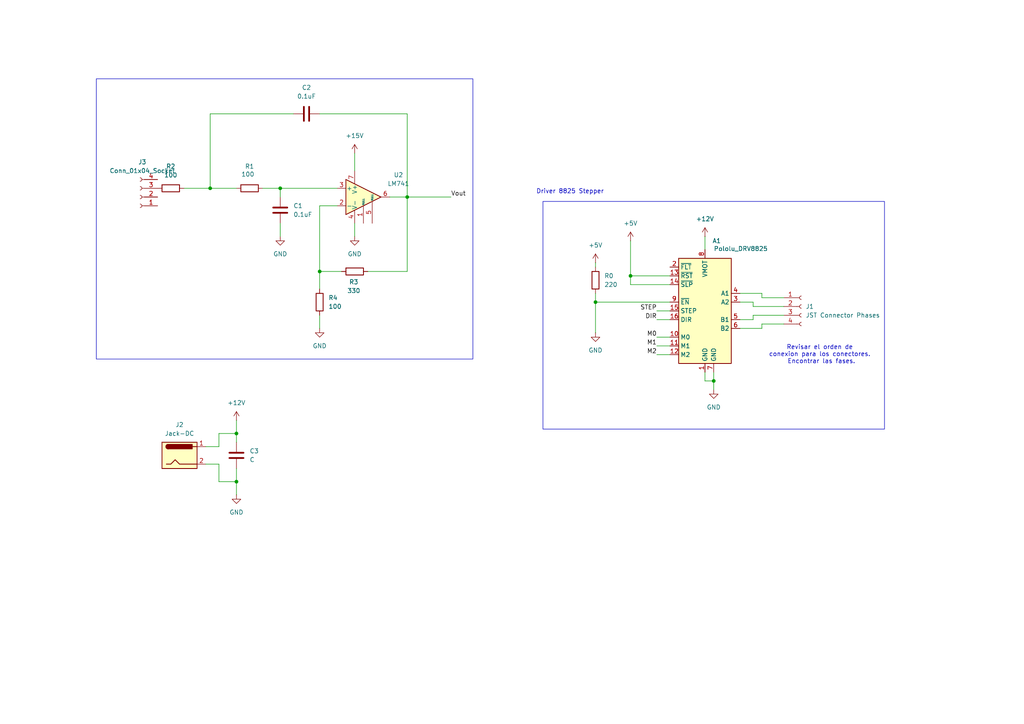
<source format=kicad_sch>
(kicad_sch (version 20250114) (generator "eeschema") (generator_version "9.0")
  (paper "A4")
  (title_block (title "MAKI Test Bench ") (date "2025-10-25") (rev "1") (company "Universidad Nacional de Colombia ") (comment 1 "Acondicionamiento de señal de celda de carga") (comment 2 "Control digital para accionamiento de stepper. "))
  (lib_symbols
    (symbol "Amplifier_Operational:LM741" (pin_names (offset 0.127))
      (property "Reference" "U" (at 0 6.35 0))
      (property "Value" "LM741" (at 0 3.81 0))
      (symbol "LM741_0_1"
        (polyline (pts (xy -5.08 5.08) (xy 5.08 0) (xy -5.08 -5.08) (xy -5.08 5.08)) (stroke (width 0.254)) (fill (type background)))
      )
      (symbol "LM741_1_1"
        (pin input line (at -7.62 2.54 0) (length 2.54) (name "+") (number "3"))
        (pin input line (at -7.62 -2.54 0) (length 2.54) (name "-") (number "2"))
        (pin power_in line (at -2.54 7.62 270) (length 3.81) (name "V+") (number "7"))
        (pin power_in line (at -2.54 -7.62 90) (length 3.81) (name "V-") (number "4"))
        (pin no_connect line (at 0 2.54 270) (length 2.54) (hide yes) (name "NC") (number "8"))
        (pin input line (at 0 -7.62 90) (length 5.08) (name "NULL") (number "1"))
        (pin input line (at 2.54 -7.62 90) (length 6.35) (name "NULL") (number "5"))
        (pin output line (at 7.62 0 180) (length 2.54) (name "~") (number "6"))
      )
    )
    (symbol "Connector:Conn_01x04_Socket" (pin_names (offset 1.016) (hide yes))
      (property "Reference" "J" (at 0 5.08 0))
      (property "Value" "Conn_01x04_Socket" (at 0 -7.62 0))
      (symbol "Conn_01x04_Socket_1_1"
        (polyline (pts (xy -1.27 2.54) (xy -0.508 2.54)) (stroke (width 0.1524)))
        (polyline (pts (xy -1.27 0) (xy -0.508 0)) (stroke (width 0.1524)))
        (polyline (pts (xy -1.27 -2.54) (xy -0.508 -2.54)) (stroke (width 0.1524)))
        (polyline (pts (xy -1.27 -5.08) (xy -0.508 -5.08)) (stroke (width 0.1524)))
        (arc (start 0 2.032) (mid -0.5058 2.54) (end 0 3.048) (stroke (width 0.1524)))
        (arc (start 0 -0.508) (mid -0.5058 0) (end 0 0.508) (stroke (width 0.1524)))
        (arc (start 0 -3.048) (mid -0.5058 -2.54) (end 0 -2.032) (stroke (width 0.1524)))
        (arc (start 0 -5.588) (mid -0.5058 -5.08) (end 0 -4.572) (stroke (width 0.1524)))
        (pin passive line (at -5.08 2.54 0) (length 3.81) (name "Pin_1") (number "1"))
        (pin passive line (at -5.08 0 0) (length 3.81) (name "Pin_2") (number "2"))
        (pin passive line (at -5.08 -2.54 0) (length 3.81) (name "Pin_3") (number "3"))
        (pin passive line (at -5.08 -5.08 0) (length 3.81) (name "Pin_4") (number "4"))
      )
    )
    (symbol "Connector:Jack-DC" (pin_names (offset 1.016))
      (property "Reference" "J" (at 0 5.334 0))
      (property "Value" "Jack-DC" (at 0 -5.08 0))
      (symbol "Jack-DC_0_1"
        (rectangle (start -5.08 3.81) (end 5.08 -3.81) (stroke (width 0.254)) (fill (type background)))
        (polyline (pts (xy -3.81 -2.54) (xy -2.54 -2.54) (xy -1.27 -1.27) (xy 0 -2.54) (xy 2.54 -2.54) (xy 5.08 -2.54)) (stroke (width 0.254)))
        (arc (start -3.302 1.905) (mid -3.9343 2.54) (end -3.302 3.175) (stroke (width 0.254)))
        (arc (start -3.302 1.905) (mid -3.9343 2.54) (end -3.302 3.175) (stroke (width 0.254)) (fill (type outline)))
        (rectangle (start 3.683 3.175) (end -3.302 1.905) (stroke (width 0.254)) (fill (type outline)))
        (polyline (pts (xy 5.08 2.54) (xy 3.81 2.54)) (stroke (width 0.254)))
      )
      (symbol "Jack-DC_1_1"
        (pin passive line (at 7.62 2.54 180) (length 2.54) (name "~") (number "1"))
        (pin passive line (at 7.62 -2.54 180) (length 2.54) (name "~") (number "2"))
      )
    )
    (symbol "Device:C" (pin_numbers (hide yes)) (pin_names (offset 0.254))
      (property "Reference" "C" (at 0.635 2.54 0))
      (property "Value" "C" (at 0.635 -2.54 0))
      (symbol "C_0_1"
        (polyline (pts (xy -2.032 0.762) (xy 2.032 0.762)) (stroke (width 0.508)))
        (polyline (pts (xy -2.032 -0.762) (xy 2.032 -0.762)) (stroke (width 0.508)))
      )
      (symbol "C_1_1"
        (pin passive line (at 0 3.81 270) (length 2.794) (name "~") (number "1"))
        (pin passive line (at 0 -3.81 90) (length 2.794) (name "~") (number "2"))
      )
    )
    (symbol "Device:R" (pin_numbers (hide yes)) (pin_names (offset 0))
      (property "Reference" "R" (at 2.032 0 90))
      (property "Value" "R" (at 0 0 90))
      (symbol "R_0_1"
        (rectangle (start -1.016 -2.54) (end 1.016 2.54) (stroke (width 0.254)))
      )
      (symbol "R_1_1"
        (pin passive line (at 0 3.81 270) (length 1.27) (name "~") (number "1"))
        (pin passive line (at 0 -3.81 90) (length 1.27) (name "~") (number "2"))
      )
    )
    (symbol "Driver_Motor:Pololu_Breakout_DRV8825"
      (property "Reference" "A" (at -2.54 16.51 0))
      (property "Value" "Pololu_Breakout_DRV8825" (at -2.54 13.97 0))
      (symbol "Pololu_Breakout_DRV8825_0_1"
        (rectangle (start 7.62 -17.78) (end -7.62 12.7) (stroke (width 0.254)) (fill (type background)))
      )
      (symbol "Pololu_Breakout_DRV8825_1_1"
        (pin output line (at -10.16 10.16 0) (length 2.54) (name "~{FLT}") (number "2"))
        (pin input line (at -10.16 7.62 0) (length 2.54) (name "~{RST}") (number "13"))
        (pin input line (at -10.16 5.08 0) (length 2.54) (name "~{SLP}") (number "14"))
        (pin input line (at -10.16 0 0) (length 2.54) (name "~{EN}") (number "9"))
        (pin input line (at -10.16 -2.54 0) (length 2.54) (name "STEP") (number "15"))
        (pin input line (at -10.16 -5.08 0) (length 2.54) (name "DIR") (number "16"))
        (pin input line (at -10.16 -10.16 0) (length 2.54) (name "M0") (number "10"))
        (pin input line (at -10.16 -12.7 0) (length 2.54) (name "M1") (number "11"))
        (pin input line (at -10.16 -15.24 0) (length 2.54) (name "M2") (number "12"))
        (pin power_in line (at 0 15.24 270) (length 2.54) (name "VMOT") (number "8"))
        (pin power_in line (at 0 -20.32 90) (length 2.54) (name "GND") (number "1"))
        (pin power_in line (at 2.54 -20.32 90) (length 2.54) (name "GND") (number "7"))
        (pin output line (at 10.16 2.54 180) (length 2.54) (name "A1") (number "4"))
        (pin output line (at 10.16 0 180) (length 2.54) (name "A2") (number "3"))
        (pin output line (at 10.16 -5.08 180) (length 2.54) (name "B1") (number "5"))
        (pin output line (at 10.16 -7.62 180) (length 2.54) (name "B2") (number "6"))
      )
    )
    (symbol "power:+12V" (power) (pin_numbers (hide yes)) (pin_names (offset 0) (hide yes))
      (property "Value" "+12V" (at 0 3.556 0))
      (symbol "+12V_0_1"
        (polyline (pts (xy -0.762 1.27) (xy 0 2.54)))
        (polyline (pts (xy 0 2.54) (xy 0.762 1.27)))
        (polyline (pts (xy 0 0) (xy 0 2.54)))
      )
      (symbol "+12V_1_1"
        (pin power_in line (at 0 0 90) (length 0) (name "~") (number "1"))
      )
    )
    (symbol "power:+15V" (power) (pin_numbers (hide yes)) (pin_names (offset 0) (hide yes))
      (property "Value" "+15V" (at 0 3.556 0))
      (symbol "+15V_0_1"
        (polyline (pts (xy -0.762 1.27) (xy 0 2.54)))
        (polyline (pts (xy 0 2.54) (xy 0.762 1.27)))
        (polyline (pts (xy 0 0) (xy 0 2.54)))
      )
      (symbol "+15V_1_1"
        (pin power_in line (at 0 0 90) (length 0) (name "~") (number "1"))
      )
    )
    (symbol "power:+5V" (power) (pin_numbers (hide yes)) (pin_names (offset 0) (hide yes))
      (property "Value" "+5V" (at 0 3.556 0))
      (symbol "+5V_0_1"
        (polyline (pts (xy -0.762 1.27) (xy 0 2.54)))
        (polyline (pts (xy 0 2.54) (xy 0.762 1.27)))
        (polyline (pts (xy 0 0) (xy 0 2.54)))
      )
      (symbol "+5V_1_1"
        (pin power_in line (at 0 0 90) (length 0) (name "~") (number "1"))
      )
    )
    (symbol "power:GND" (power) (pin_numbers (hide yes)) (pin_names (offset 0) (hide yes))
      (property "Value" "GND" (at 0 -3.81 0))
      (symbol "GND_0_1"
        (polyline (pts (xy 0 0) (xy 0 -1.27) (xy 1.27 -1.27) (xy 0 -2.54) (xy -1.27 -1.27) (xy 0 -1.27)))
      )
      (symbol "GND_1_1"
        (pin power_in line (at 0 0 270) (length 0) (name "~") (number "1"))
      )
    )
  )
  (rectangle (start 27.94 22.86) (end 137.16 104.14))
  (rectangle (start 157.48 58.42) (end 256.54 124.46))
  (text "Revisar el orden de \nconexion para los conectores. \nEncontrar las fases." (at 238.252 102.87 0) (effects (font (size 1.27 1.27))))
  (text "Driver 8825 Stepper\n" (at 165.354 55.626 0) (effects (font (size 1.27 1.27))))
  (junction (at 92.71 78.74))
  (junction (at 118.11 57.15))
  (junction (at 182.88 80.01))
  (junction (at 81.28 54.61))
  (junction (at 172.72 87.63))
  (junction (at 207.01 110.49))
  (junction (at 60.96 54.61))
  (junction (at 68.58 139.7))
  (junction (at 68.58 125.73))
  (wire (pts (xy 190.5 102.87) (xy 194.31 102.87)))
  (wire (pts (xy 106.68 78.74) (xy 118.11 78.74)))
  (wire (pts (xy 81.28 57.15) (xy 81.28 54.61)))
  (wire (pts (xy 214.63 87.63) (xy 218.44 87.63)))
  (wire (pts (xy 92.71 33.02) (xy 118.11 33.02)))
  (wire (pts (xy 218.44 91.44) (xy 218.44 92.71)))
  (wire (pts (xy 182.88 80.01) (xy 194.31 80.01)))
  (wire (pts (xy 118.11 33.02) (xy 118.11 57.15)))
  (wire (pts (xy 68.58 125.73) (xy 68.58 128.27)))
  (wire (pts (xy 81.28 64.77) (xy 81.28 68.58)))
  (wire (pts (xy 194.31 82.55) (xy 182.88 82.55)))
  (wire (pts (xy 190.5 92.71) (xy 194.31 92.71)))
  (wire (pts (xy 53.34 54.61) (xy 60.96 54.61)))
  (wire (pts (xy 68.58 139.7) (xy 68.58 143.51)))
  (wire (pts (xy 68.58 121.92) (xy 68.58 125.73)))
  (wire (pts (xy 85.09 33.02) (xy 60.96 33.02)))
  (wire (pts (xy 63.5 129.54) (xy 63.5 125.73)))
  (wire (pts (xy 59.69 134.62) (xy 63.5 134.62)))
  (wire (pts (xy 190.5 100.33) (xy 194.31 100.33)))
  (wire (pts (xy 218.44 88.9) (xy 227.33 88.9)))
  (wire (pts (xy 81.28 54.61) (xy 76.2 54.61)))
  (wire (pts (xy 92.71 59.69) (xy 97.79 59.69)))
  (wire (pts (xy 92.71 91.44) (xy 92.71 95.25)))
  (wire (pts (xy 204.47 110.49) (xy 204.47 107.95)))
  (wire (pts (xy 92.71 78.74) (xy 92.71 83.82)))
  (wire (pts (xy 92.71 78.74) (xy 92.71 59.69)))
  (wire (pts (xy 60.96 33.02) (xy 60.96 54.61)))
  (wire (pts (xy 172.72 96.52) (xy 172.72 87.63)))
  (wire (pts (xy 220.98 93.98) (xy 220.98 95.25)))
  (wire (pts (xy 190.5 90.17) (xy 194.31 90.17)))
  (wire (pts (xy 220.98 85.09) (xy 214.63 85.09)))
  (wire (pts (xy 190.5 97.79) (xy 194.31 97.79)))
  (wire (pts (xy 227.33 93.98) (xy 220.98 93.98)))
  (wire (pts (xy 118.11 57.15) (xy 113.03 57.15)))
  (wire (pts (xy 68.58 135.89) (xy 68.58 139.7)))
  (wire (pts (xy 118.11 57.15) (xy 130.81 57.15)))
  (wire (pts (xy 204.47 68.58) (xy 204.47 72.39)))
  (wire (pts (xy 220.98 86.36) (xy 220.98 85.09)))
  (wire (pts (xy 214.63 92.71) (xy 218.44 92.71)))
  (wire (pts (xy 59.69 129.54) (xy 63.5 129.54)))
  (wire (pts (xy 182.88 82.55) (xy 182.88 80.01)))
  (wire (pts (xy 218.44 87.63) (xy 218.44 88.9)))
  (wire (pts (xy 227.33 86.36) (xy 220.98 86.36)))
  (wire (pts (xy 63.5 139.7) (xy 68.58 139.7)))
  (wire (pts (xy 207.01 110.49) (xy 204.47 110.49)))
  (wire (pts (xy 172.72 85.09) (xy 172.72 87.63)))
  (wire (pts (xy 81.28 54.61) (xy 97.79 54.61)))
  (wire (pts (xy 60.96 54.61) (xy 68.58 54.61)))
  (wire (pts (xy 207.01 107.95) (xy 207.01 110.49)))
  (wire (pts (xy 182.88 80.01) (xy 182.88 69.85)))
  (wire (pts (xy 172.72 76.2) (xy 172.72 77.47)))
  (wire (pts (xy 102.87 44.45) (xy 102.87 49.53)))
  (wire (pts (xy 214.63 95.25) (xy 220.98 95.25)))
  (wire (pts (xy 102.87 64.77) (xy 102.87 68.58)))
  (wire (pts (xy 207.01 110.49) (xy 207.01 113.03)))
  (wire (pts (xy 63.5 134.62) (xy 63.5 139.7)))
  (wire (pts (xy 172.72 87.63) (xy 194.31 87.63)))
  (wire (pts (xy 227.33 91.44) (xy 218.44 91.44)))
  (wire (pts (xy 99.06 78.74) (xy 92.71 78.74)))
  (wire (pts (xy 63.5 125.73) (xy 68.58 125.73)))
  (wire (pts (xy 118.11 78.74) (xy 118.11 57.15)))
  (label "DIR" (at 190.5 92.71 180))
  (label "M0" (at 190.5 97.79 180))
  (label "STEP" (at 190.5 90.17 180))
  (label "M1" (at 190.5 100.33 180))
  (label "M2" (at 190.5 102.87 180))
  (label "Vout" (at 130.81 57.15 0))
  (symbol (lib_id "Device:R") (at 92.71 87.63 180) (unit 1)
    (property "Reference" "R4" (at 95.25 86.3599 0) (effects (justify right)))
    (property "Value" "100" (at 95.25 88.8999 0) (effects (justify right)))
    (property "Description" "Resistor" (effects (hide yes)))
  )
  (symbol (lib_id "power:GND") (at 172.72 96.52 0) (unit 1)
    (property "Reference" "#PWR03" (effects (hide yes)))
    (property "Value" "GND" (at 172.72 101.6 0))
    (property "Description" "Power symbol creates a global label with name \"GND\" , ground" (effects (hide yes)))
  )
  (symbol (lib_id "Device:R") (at 49.53 54.61 90) (unit 1)
    (property "Reference" "R2" (at 49.53 48.26 90))
    (property "Value" "100" (at 49.53 50.8 90))
    (property "Description" "Resistor" (effects (hide yes)))
  )
  (symbol (lib_id "power:+5V") (at 182.88 69.85 0) (unit 1)
    (property "Reference" "#PWR05" (effects (hide yes)))
    (property "Value" "+5V" (at 182.88 64.77 0))
    (property "Description" "Power symbol creates a global label with name \"+5V\"" (effects (hide yes)))
  )
  (symbol (lib_id "power:GND") (at 68.58 143.51 0) (unit 1)
    (property "Reference" "#PWR010" (effects (hide yes)))
    (property "Value" "GND" (at 68.58 148.59 0))
    (property "Description" "Power symbol creates a global label with name \"GND\" , ground" (effects (hide yes)))
  )
  (symbol (lib_id "power:+12V") (at 68.58 121.92 0) (unit 1)
    (property "Reference" "#PWR011" (effects (hide yes)))
    (property "Value" "+12V" (at 68.58 116.84 0))
    (property "Description" "Power symbol creates a global label with name \"+12V\"" (effects (hide yes)))
  )
  (symbol (lib_id "Connector:Conn_01x04_Socket") (at 232.41 88.9 0) (unit 1)
    (property "Reference" "J1" (at 233.68 88.8999 0) (effects (justify left)))
    (property "Value" "JST Connector Phases" (at 233.68 91.4399 0) (effects (justify left)))
    (property "Description" "Generic connector, single row, 01x04, script generated" (effects (hide yes)))
  )
  (symbol (lib_id "Device:R") (at 102.87 78.74 90) (unit 1)
    (property "Reference" "R3" (at 102.616 81.788 90))
    (property "Value" "330" (at 102.616 84.328 90))
    (property "Description" "Resistor" (effects (hide yes)))
  )
  (symbol (lib_id "power:+15V") (at 102.87 44.45 0) (unit 1)
    (property "Reference" "#PWR06" (effects (hide yes)))
    (property "Value" "+15V" (at 102.87 39.37 0))
    (property "Description" "Power symbol creates a global label with name \"+15V\"" (effects (hide yes)))
  )
  (symbol (lib_id "Device:C") (at 68.58 132.08 0) (unit 1)
    (property "Reference" "C3" (at 72.39 130.8099 0) (effects (justify left)))
    (property "Value" "C" (at 72.39 133.3499 0) (effects (justify left)))
    (property "Description" "Unpolarized capacitor" (effects (hide yes)))
  )
  (symbol (lib_id "Device:C") (at 81.28 60.96 0) (unit 1)
    (property "Reference" "C1" (at 85.09 59.6899 0) (effects (justify left)))
    (property "Value" "0.1uF" (at 85.09 62.2299 0) (effects (justify left)))
    (property "Description" "Unpolarized capacitor" (effects (hide yes)))
  )
  (symbol (lib_id "power:GND") (at 92.71 95.25 0) (unit 1)
    (property "Reference" "#PWR09" (effects (hide yes)))
    (property "Value" "GND" (at 92.71 100.33 0))
    (property "Description" "Power symbol creates a global label with name \"GND\" , ground" (effects (hide yes)))
  )
  (symbol (lib_id "power:+12V") (at 204.47 68.58 0) (unit 1)
    (property "Reference" "#PWR02" (effects (hide yes)))
    (property "Value" "+12V" (at 204.47 63.5 0))
    (property "Description" "Power symbol creates a global label with name \"+12V\"" (effects (hide yes)))
  )
  (symbol (lib_id "power:GND") (at 102.87 68.58 0) (unit 1)
    (property "Reference" "#PWR07" (effects (hide yes)))
    (property "Value" "GND" (at 102.87 73.66 0))
    (property "Description" "Power symbol creates a global label with name \"GND\" , ground" (effects (hide yes)))
  )
  (symbol (lib_id "power:+5V") (at 172.72 76.2 0) (unit 1)
    (property "Reference" "#PWR04" (effects (hide yes)))
    (property "Value" "+5V" (at 172.72 71.12 0))
    (property "Description" "Power symbol creates a global label with name \"+5V\"" (effects (hide yes)))
  )
  (symbol (lib_id "power:GND") (at 207.01 113.03 0) (unit 1)
    (property "Reference" "#PWR01" (effects (hide yes)))
    (property "Value" "GND" (at 207.01 118.11 0))
    (property "Description" "Power symbol creates a global label with name \"GND\" , ground" (effects (hide yes)))
  )
  (symbol (lib_id "power:GND") (at 81.28 68.58 0) (unit 1)
    (property "Reference" "#PWR08" (effects (hide yes)))
    (property "Value" "GND" (at 81.28 73.66 0))
    (property "Description" "Power symbol creates a global label with name \"GND\" , ground" (effects (hide yes)))
  )
  (symbol (lib_id "Driver_Motor:Pololu_Breakout_DRV8825") (at 204.47 87.63 0) (unit 1)
    (property "Reference" "A1" (at 206.6133 69.85 0) (effects (justify left)))
    (property "Value" "Pololu_DRV8825" (at 207.01 72.136 0) (effects (justify left)))
    (property "Footprint" "Module:Pololu_Breakout-16_15.2x20.3mm" (effects (hide yes)))
    (property "Datasheet" "https://www.pololu.com/product/2982" (effects (hide yes)))
    (property "Description" "Pololu Breakout Board, Stepper Driver DRV8825" (effects (hide yes)))
  )
  (symbol (lib_id "Device:R") (at 72.39 54.61 90) (unit 1)
    (property "Reference" "R1" (at 72.39 48.26 90))
    (property "Value" "100" (at 71.882 50.546 90))
    (property "Description" "Resistor" (effects (hide yes)))
  )
  (symbol (lib_id "Connector:Jack-DC") (at 52.07 132.08 0) (unit 1)
    (property "Reference" "J2" (at 52.07 123.19 0))
    (property "Value" "Jack-DC" (at 52.07 125.73 0))
    (property "Description" "DC Barrel Jack" (effects (hide yes)))
  )
  (symbol (lib_id "Amplifier_Operational:LM741") (at 105.41 57.15 0) (unit 1)
    (property "Reference" "U2" (at 115.57 50.7298 0))
    (property "Value" "LM741" (at 115.57 53.2698 0))
    (property "Footprint" "Package_DIP:DIP-8_W7.62mm_LongPads" (effects (hide yes)))
    (property "Datasheet" "http://www.ti.com/lit/ds/symlink/lm741.pdf" (effects (hide yes)))
    (property "Description" "Operational Amplifier, DIP-8/TO-99-8" (effects (hide yes)))
  )
  (symbol (lib_id "Device:C") (at 88.9 33.02 90) (unit 1)
    (property "Reference" "C2" (at 88.9 25.4 90))
    (property "Value" "0.1uF" (at 88.9 27.94 90))
    (property "Description" "Unpolarized capacitor" (effects (hide yes)))
  )
  (symbol (lib_id "Connector:Conn_01x04_Socket") (at 40.64 57.15 180) (unit 1)
    (property "Reference" "J3" (at 41.275 46.99 0))
    (property "Value" "Conn_01x04_Socket" (at 41.275 49.53 0))
    (property "Description" "Generic connector, single row, 01x04, script generated" (effects (hide yes)))
  )
  (symbol (lib_id "Device:R") (at 172.72 81.28 0) (unit 1)
    (property "Reference" "R0" (at 175.26 80.0099 0) (effects (justify left)))
    (property "Value" "220" (at 175.26 82.5499 0) (effects (justify left)))
    (property "Description" "Resistor" (effects (hide yes)))
  )
)
</source>
